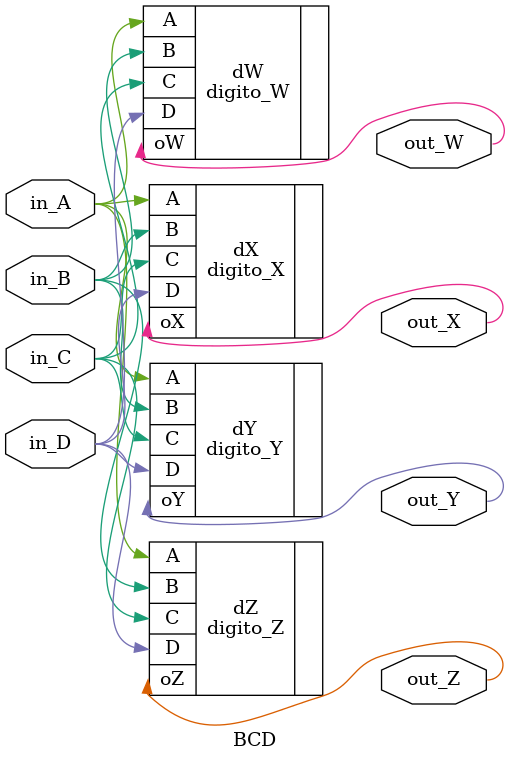
<source format=v>
`include "digito_W.v"
`include "digito_X.v"
`include "digito_Y.v"
`include "digito_Z.v"

module BCD (
    input in_A, input in_B, input in_C, input in_D, output out_W, output out_X, output out_Y, output out_Z
);
    digito_W dW(.oW(out_W), .A(in_A), .B(in_B), .C(in_C), .D(in_D));
    digito_X dX(.oX(out_X), .A(in_A), .B(in_B), .C(in_C), .D(in_D));
    digito_Y dY(.oY(out_Y), .A(in_A), .B(in_B), .C(in_C), .D(in_D));
    digito_Z dZ(.oZ(out_Z), .A(in_A), .B(in_B), .C(in_C), .D(in_D)); //Podriamos utilizar solamente: not dZ(out_Z, D);

endmodule
</source>
